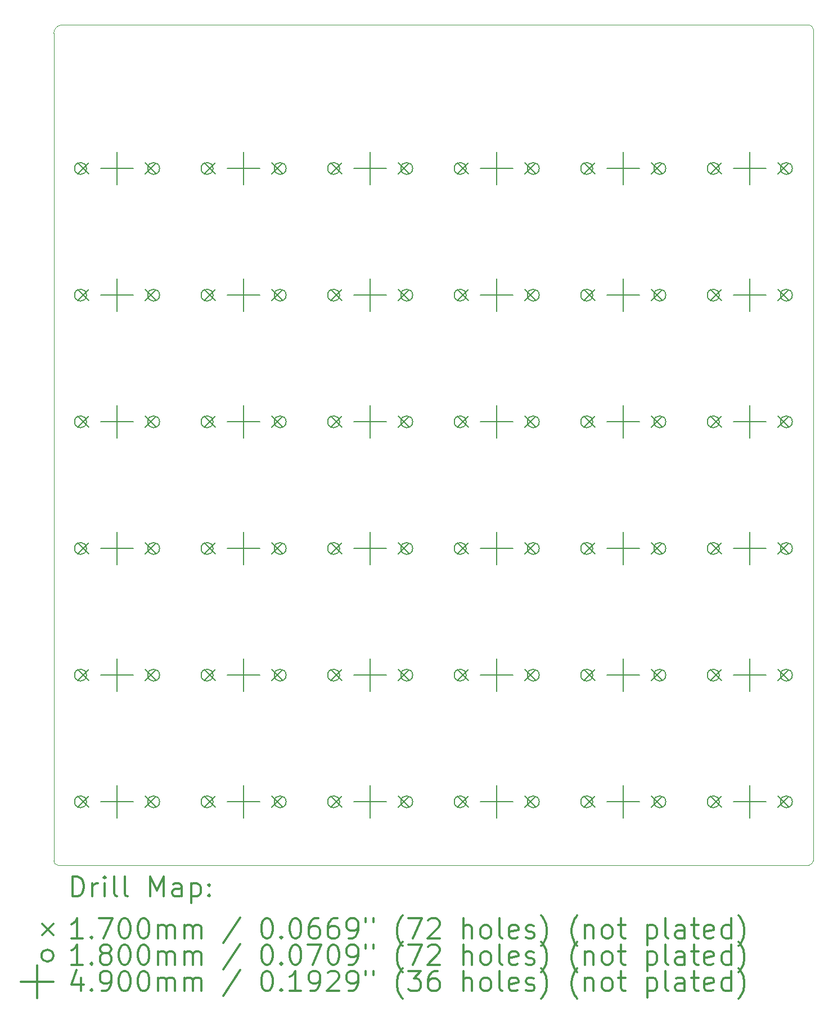
<source format=gbr>
%FSLAX45Y45*%
G04 Gerber Fmt 4.5, Leading zero omitted, Abs format (unit mm)*
G04 Created by KiCad (PCBNEW (5.1.12-1-10_14)) date 2021-11-18 22:14:29*
%MOMM*%
%LPD*%
G01*
G04 APERTURE LIST*
%TA.AperFunction,Profile*%
%ADD10C,0.120000*%
%TD*%
%ADD11C,0.200000*%
%ADD12C,0.300000*%
G04 APERTURE END LIST*
D10*
X16129000Y-3556000D02*
G75*
G02*
X16192500Y-3619500I0J-63500D01*
G01*
X16192500Y-16129000D02*
G75*
G02*
X16129000Y-16192500I-63500J0D01*
G01*
X4826000Y-16192500D02*
X16129000Y-16192500D01*
X4826000Y-16192500D02*
G75*
G02*
X4762500Y-16129000I0J63500D01*
G01*
X16192500Y-3619500D02*
X16192500Y-16129000D01*
X4762500Y-3683000D02*
G75*
G02*
X4889500Y-3556000I127000J0D01*
G01*
X16129000Y-3556000D02*
X4889500Y-3556000D01*
X4762500Y-3683000D02*
X4762500Y-16129000D01*
D11*
X5122000Y-5630000D02*
X5292000Y-5800000D01*
X5292000Y-5630000D02*
X5122000Y-5800000D01*
X5122000Y-7535000D02*
X5292000Y-7705000D01*
X5292000Y-7535000D02*
X5122000Y-7705000D01*
X5122000Y-9440000D02*
X5292000Y-9610000D01*
X5292000Y-9440000D02*
X5122000Y-9610000D01*
X5122000Y-11345000D02*
X5292000Y-11515000D01*
X5292000Y-11345000D02*
X5122000Y-11515000D01*
X5122000Y-13250000D02*
X5292000Y-13420000D01*
X5292000Y-13250000D02*
X5122000Y-13420000D01*
X5122000Y-15155000D02*
X5292000Y-15325000D01*
X5292000Y-15155000D02*
X5122000Y-15325000D01*
X6138000Y-5630000D02*
X6308000Y-5800000D01*
X6308000Y-5630000D02*
X6138000Y-5800000D01*
X6138000Y-7535000D02*
X6308000Y-7705000D01*
X6308000Y-7535000D02*
X6138000Y-7705000D01*
X6138000Y-9440000D02*
X6308000Y-9610000D01*
X6308000Y-9440000D02*
X6138000Y-9610000D01*
X6138000Y-11345000D02*
X6308000Y-11515000D01*
X6308000Y-11345000D02*
X6138000Y-11515000D01*
X6138000Y-13250000D02*
X6308000Y-13420000D01*
X6308000Y-13250000D02*
X6138000Y-13420000D01*
X6138000Y-15155000D02*
X6308000Y-15325000D01*
X6308000Y-15155000D02*
X6138000Y-15325000D01*
X7027000Y-5630000D02*
X7197000Y-5800000D01*
X7197000Y-5630000D02*
X7027000Y-5800000D01*
X7027000Y-7535000D02*
X7197000Y-7705000D01*
X7197000Y-7535000D02*
X7027000Y-7705000D01*
X7027000Y-9440000D02*
X7197000Y-9610000D01*
X7197000Y-9440000D02*
X7027000Y-9610000D01*
X7027000Y-11345000D02*
X7197000Y-11515000D01*
X7197000Y-11345000D02*
X7027000Y-11515000D01*
X7027000Y-13250000D02*
X7197000Y-13420000D01*
X7197000Y-13250000D02*
X7027000Y-13420000D01*
X7027000Y-15155000D02*
X7197000Y-15325000D01*
X7197000Y-15155000D02*
X7027000Y-15325000D01*
X8043000Y-5630000D02*
X8213000Y-5800000D01*
X8213000Y-5630000D02*
X8043000Y-5800000D01*
X8043000Y-7535000D02*
X8213000Y-7705000D01*
X8213000Y-7535000D02*
X8043000Y-7705000D01*
X8043000Y-9440000D02*
X8213000Y-9610000D01*
X8213000Y-9440000D02*
X8043000Y-9610000D01*
X8043000Y-11345000D02*
X8213000Y-11515000D01*
X8213000Y-11345000D02*
X8043000Y-11515000D01*
X8043000Y-13250000D02*
X8213000Y-13420000D01*
X8213000Y-13250000D02*
X8043000Y-13420000D01*
X8043000Y-15155000D02*
X8213000Y-15325000D01*
X8213000Y-15155000D02*
X8043000Y-15325000D01*
X8932000Y-5630000D02*
X9102000Y-5800000D01*
X9102000Y-5630000D02*
X8932000Y-5800000D01*
X8932000Y-7535000D02*
X9102000Y-7705000D01*
X9102000Y-7535000D02*
X8932000Y-7705000D01*
X8932000Y-9440000D02*
X9102000Y-9610000D01*
X9102000Y-9440000D02*
X8932000Y-9610000D01*
X8932000Y-11345000D02*
X9102000Y-11515000D01*
X9102000Y-11345000D02*
X8932000Y-11515000D01*
X8932000Y-13250000D02*
X9102000Y-13420000D01*
X9102000Y-13250000D02*
X8932000Y-13420000D01*
X8932000Y-15155000D02*
X9102000Y-15325000D01*
X9102000Y-15155000D02*
X8932000Y-15325000D01*
X9948000Y-5630000D02*
X10118000Y-5800000D01*
X10118000Y-5630000D02*
X9948000Y-5800000D01*
X9948000Y-7535000D02*
X10118000Y-7705000D01*
X10118000Y-7535000D02*
X9948000Y-7705000D01*
X9948000Y-9440000D02*
X10118000Y-9610000D01*
X10118000Y-9440000D02*
X9948000Y-9610000D01*
X9948000Y-11345000D02*
X10118000Y-11515000D01*
X10118000Y-11345000D02*
X9948000Y-11515000D01*
X9948000Y-13250000D02*
X10118000Y-13420000D01*
X10118000Y-13250000D02*
X9948000Y-13420000D01*
X9948000Y-15155000D02*
X10118000Y-15325000D01*
X10118000Y-15155000D02*
X9948000Y-15325000D01*
X10837000Y-5630000D02*
X11007000Y-5800000D01*
X11007000Y-5630000D02*
X10837000Y-5800000D01*
X10837000Y-7535000D02*
X11007000Y-7705000D01*
X11007000Y-7535000D02*
X10837000Y-7705000D01*
X10837000Y-9440000D02*
X11007000Y-9610000D01*
X11007000Y-9440000D02*
X10837000Y-9610000D01*
X10837000Y-11345000D02*
X11007000Y-11515000D01*
X11007000Y-11345000D02*
X10837000Y-11515000D01*
X10837000Y-13250000D02*
X11007000Y-13420000D01*
X11007000Y-13250000D02*
X10837000Y-13420000D01*
X10837000Y-15155000D02*
X11007000Y-15325000D01*
X11007000Y-15155000D02*
X10837000Y-15325000D01*
X11853000Y-5630000D02*
X12023000Y-5800000D01*
X12023000Y-5630000D02*
X11853000Y-5800000D01*
X11853000Y-7535000D02*
X12023000Y-7705000D01*
X12023000Y-7535000D02*
X11853000Y-7705000D01*
X11853000Y-9440000D02*
X12023000Y-9610000D01*
X12023000Y-9440000D02*
X11853000Y-9610000D01*
X11853000Y-11345000D02*
X12023000Y-11515000D01*
X12023000Y-11345000D02*
X11853000Y-11515000D01*
X11853000Y-13250000D02*
X12023000Y-13420000D01*
X12023000Y-13250000D02*
X11853000Y-13420000D01*
X11853000Y-15155000D02*
X12023000Y-15325000D01*
X12023000Y-15155000D02*
X11853000Y-15325000D01*
X12742000Y-5630000D02*
X12912000Y-5800000D01*
X12912000Y-5630000D02*
X12742000Y-5800000D01*
X12742000Y-7535000D02*
X12912000Y-7705000D01*
X12912000Y-7535000D02*
X12742000Y-7705000D01*
X12742000Y-9440000D02*
X12912000Y-9610000D01*
X12912000Y-9440000D02*
X12742000Y-9610000D01*
X12742000Y-11345000D02*
X12912000Y-11515000D01*
X12912000Y-11345000D02*
X12742000Y-11515000D01*
X12742000Y-13250000D02*
X12912000Y-13420000D01*
X12912000Y-13250000D02*
X12742000Y-13420000D01*
X12742000Y-15155000D02*
X12912000Y-15325000D01*
X12912000Y-15155000D02*
X12742000Y-15325000D01*
X13758000Y-5630000D02*
X13928000Y-5800000D01*
X13928000Y-5630000D02*
X13758000Y-5800000D01*
X13758000Y-7535000D02*
X13928000Y-7705000D01*
X13928000Y-7535000D02*
X13758000Y-7705000D01*
X13758000Y-9440000D02*
X13928000Y-9610000D01*
X13928000Y-9440000D02*
X13758000Y-9610000D01*
X13758000Y-11345000D02*
X13928000Y-11515000D01*
X13928000Y-11345000D02*
X13758000Y-11515000D01*
X13758000Y-13250000D02*
X13928000Y-13420000D01*
X13928000Y-13250000D02*
X13758000Y-13420000D01*
X13758000Y-15155000D02*
X13928000Y-15325000D01*
X13928000Y-15155000D02*
X13758000Y-15325000D01*
X14647000Y-5630000D02*
X14817000Y-5800000D01*
X14817000Y-5630000D02*
X14647000Y-5800000D01*
X14647000Y-7535000D02*
X14817000Y-7705000D01*
X14817000Y-7535000D02*
X14647000Y-7705000D01*
X14647000Y-9440000D02*
X14817000Y-9610000D01*
X14817000Y-9440000D02*
X14647000Y-9610000D01*
X14647000Y-11345000D02*
X14817000Y-11515000D01*
X14817000Y-11345000D02*
X14647000Y-11515000D01*
X14647000Y-13250000D02*
X14817000Y-13420000D01*
X14817000Y-13250000D02*
X14647000Y-13420000D01*
X14647000Y-15155000D02*
X14817000Y-15325000D01*
X14817000Y-15155000D02*
X14647000Y-15325000D01*
X15663000Y-5630000D02*
X15833000Y-5800000D01*
X15833000Y-5630000D02*
X15663000Y-5800000D01*
X15663000Y-7535000D02*
X15833000Y-7705000D01*
X15833000Y-7535000D02*
X15663000Y-7705000D01*
X15663000Y-9440000D02*
X15833000Y-9610000D01*
X15833000Y-9440000D02*
X15663000Y-9610000D01*
X15663000Y-11345000D02*
X15833000Y-11515000D01*
X15833000Y-11345000D02*
X15663000Y-11515000D01*
X15663000Y-13250000D02*
X15833000Y-13420000D01*
X15833000Y-13250000D02*
X15663000Y-13420000D01*
X15663000Y-15155000D02*
X15833000Y-15325000D01*
X15833000Y-15155000D02*
X15663000Y-15325000D01*
X5255000Y-5715000D02*
G75*
G03*
X5255000Y-5715000I-90000J0D01*
G01*
X5255000Y-7620000D02*
G75*
G03*
X5255000Y-7620000I-90000J0D01*
G01*
X5255000Y-9525000D02*
G75*
G03*
X5255000Y-9525000I-90000J0D01*
G01*
X5255000Y-11430000D02*
G75*
G03*
X5255000Y-11430000I-90000J0D01*
G01*
X5255000Y-13335000D02*
G75*
G03*
X5255000Y-13335000I-90000J0D01*
G01*
X5255000Y-15240000D02*
G75*
G03*
X5255000Y-15240000I-90000J0D01*
G01*
X6355000Y-5715000D02*
G75*
G03*
X6355000Y-5715000I-90000J0D01*
G01*
X6355000Y-7620000D02*
G75*
G03*
X6355000Y-7620000I-90000J0D01*
G01*
X6355000Y-9525000D02*
G75*
G03*
X6355000Y-9525000I-90000J0D01*
G01*
X6355000Y-11430000D02*
G75*
G03*
X6355000Y-11430000I-90000J0D01*
G01*
X6355000Y-13335000D02*
G75*
G03*
X6355000Y-13335000I-90000J0D01*
G01*
X6355000Y-15240000D02*
G75*
G03*
X6355000Y-15240000I-90000J0D01*
G01*
X7160000Y-5715000D02*
G75*
G03*
X7160000Y-5715000I-90000J0D01*
G01*
X7160000Y-7620000D02*
G75*
G03*
X7160000Y-7620000I-90000J0D01*
G01*
X7160000Y-9525000D02*
G75*
G03*
X7160000Y-9525000I-90000J0D01*
G01*
X7160000Y-11430000D02*
G75*
G03*
X7160000Y-11430000I-90000J0D01*
G01*
X7160000Y-13335000D02*
G75*
G03*
X7160000Y-13335000I-90000J0D01*
G01*
X7160000Y-15240000D02*
G75*
G03*
X7160000Y-15240000I-90000J0D01*
G01*
X8260000Y-5715000D02*
G75*
G03*
X8260000Y-5715000I-90000J0D01*
G01*
X8260000Y-7620000D02*
G75*
G03*
X8260000Y-7620000I-90000J0D01*
G01*
X8260000Y-9525000D02*
G75*
G03*
X8260000Y-9525000I-90000J0D01*
G01*
X8260000Y-11430000D02*
G75*
G03*
X8260000Y-11430000I-90000J0D01*
G01*
X8260000Y-13335000D02*
G75*
G03*
X8260000Y-13335000I-90000J0D01*
G01*
X8260000Y-15240000D02*
G75*
G03*
X8260000Y-15240000I-90000J0D01*
G01*
X9065000Y-5715000D02*
G75*
G03*
X9065000Y-5715000I-90000J0D01*
G01*
X9065000Y-7620000D02*
G75*
G03*
X9065000Y-7620000I-90000J0D01*
G01*
X9065000Y-9525000D02*
G75*
G03*
X9065000Y-9525000I-90000J0D01*
G01*
X9065000Y-11430000D02*
G75*
G03*
X9065000Y-11430000I-90000J0D01*
G01*
X9065000Y-13335000D02*
G75*
G03*
X9065000Y-13335000I-90000J0D01*
G01*
X9065000Y-15240000D02*
G75*
G03*
X9065000Y-15240000I-90000J0D01*
G01*
X10165000Y-5715000D02*
G75*
G03*
X10165000Y-5715000I-90000J0D01*
G01*
X10165000Y-7620000D02*
G75*
G03*
X10165000Y-7620000I-90000J0D01*
G01*
X10165000Y-9525000D02*
G75*
G03*
X10165000Y-9525000I-90000J0D01*
G01*
X10165000Y-11430000D02*
G75*
G03*
X10165000Y-11430000I-90000J0D01*
G01*
X10165000Y-13335000D02*
G75*
G03*
X10165000Y-13335000I-90000J0D01*
G01*
X10165000Y-15240000D02*
G75*
G03*
X10165000Y-15240000I-90000J0D01*
G01*
X10970000Y-5715000D02*
G75*
G03*
X10970000Y-5715000I-90000J0D01*
G01*
X10970000Y-7620000D02*
G75*
G03*
X10970000Y-7620000I-90000J0D01*
G01*
X10970000Y-9525000D02*
G75*
G03*
X10970000Y-9525000I-90000J0D01*
G01*
X10970000Y-11430000D02*
G75*
G03*
X10970000Y-11430000I-90000J0D01*
G01*
X10970000Y-13335000D02*
G75*
G03*
X10970000Y-13335000I-90000J0D01*
G01*
X10970000Y-15240000D02*
G75*
G03*
X10970000Y-15240000I-90000J0D01*
G01*
X12070000Y-5715000D02*
G75*
G03*
X12070000Y-5715000I-90000J0D01*
G01*
X12070000Y-7620000D02*
G75*
G03*
X12070000Y-7620000I-90000J0D01*
G01*
X12070000Y-9525000D02*
G75*
G03*
X12070000Y-9525000I-90000J0D01*
G01*
X12070000Y-11430000D02*
G75*
G03*
X12070000Y-11430000I-90000J0D01*
G01*
X12070000Y-13335000D02*
G75*
G03*
X12070000Y-13335000I-90000J0D01*
G01*
X12070000Y-15240000D02*
G75*
G03*
X12070000Y-15240000I-90000J0D01*
G01*
X12875000Y-5715000D02*
G75*
G03*
X12875000Y-5715000I-90000J0D01*
G01*
X12875000Y-7620000D02*
G75*
G03*
X12875000Y-7620000I-90000J0D01*
G01*
X12875000Y-9525000D02*
G75*
G03*
X12875000Y-9525000I-90000J0D01*
G01*
X12875000Y-11430000D02*
G75*
G03*
X12875000Y-11430000I-90000J0D01*
G01*
X12875000Y-13335000D02*
G75*
G03*
X12875000Y-13335000I-90000J0D01*
G01*
X12875000Y-15240000D02*
G75*
G03*
X12875000Y-15240000I-90000J0D01*
G01*
X13975000Y-5715000D02*
G75*
G03*
X13975000Y-5715000I-90000J0D01*
G01*
X13975000Y-7620000D02*
G75*
G03*
X13975000Y-7620000I-90000J0D01*
G01*
X13975000Y-9525000D02*
G75*
G03*
X13975000Y-9525000I-90000J0D01*
G01*
X13975000Y-11430000D02*
G75*
G03*
X13975000Y-11430000I-90000J0D01*
G01*
X13975000Y-13335000D02*
G75*
G03*
X13975000Y-13335000I-90000J0D01*
G01*
X13975000Y-15240000D02*
G75*
G03*
X13975000Y-15240000I-90000J0D01*
G01*
X14780000Y-5715000D02*
G75*
G03*
X14780000Y-5715000I-90000J0D01*
G01*
X14780000Y-7620000D02*
G75*
G03*
X14780000Y-7620000I-90000J0D01*
G01*
X14780000Y-9525000D02*
G75*
G03*
X14780000Y-9525000I-90000J0D01*
G01*
X14780000Y-11430000D02*
G75*
G03*
X14780000Y-11430000I-90000J0D01*
G01*
X14780000Y-13335000D02*
G75*
G03*
X14780000Y-13335000I-90000J0D01*
G01*
X14780000Y-15240000D02*
G75*
G03*
X14780000Y-15240000I-90000J0D01*
G01*
X15880000Y-5715000D02*
G75*
G03*
X15880000Y-5715000I-90000J0D01*
G01*
X15880000Y-7620000D02*
G75*
G03*
X15880000Y-7620000I-90000J0D01*
G01*
X15880000Y-9525000D02*
G75*
G03*
X15880000Y-9525000I-90000J0D01*
G01*
X15880000Y-11430000D02*
G75*
G03*
X15880000Y-11430000I-90000J0D01*
G01*
X15880000Y-13335000D02*
G75*
G03*
X15880000Y-13335000I-90000J0D01*
G01*
X15880000Y-15240000D02*
G75*
G03*
X15880000Y-15240000I-90000J0D01*
G01*
X5715000Y-5470000D02*
X5715000Y-5960000D01*
X5470000Y-5715000D02*
X5960000Y-5715000D01*
X5715000Y-7375000D02*
X5715000Y-7865000D01*
X5470000Y-7620000D02*
X5960000Y-7620000D01*
X5715000Y-9280000D02*
X5715000Y-9770000D01*
X5470000Y-9525000D02*
X5960000Y-9525000D01*
X5715000Y-11185000D02*
X5715000Y-11675000D01*
X5470000Y-11430000D02*
X5960000Y-11430000D01*
X5715000Y-13090000D02*
X5715000Y-13580000D01*
X5470000Y-13335000D02*
X5960000Y-13335000D01*
X5715000Y-14995000D02*
X5715000Y-15485000D01*
X5470000Y-15240000D02*
X5960000Y-15240000D01*
X7620000Y-5470000D02*
X7620000Y-5960000D01*
X7375000Y-5715000D02*
X7865000Y-5715000D01*
X7620000Y-7375000D02*
X7620000Y-7865000D01*
X7375000Y-7620000D02*
X7865000Y-7620000D01*
X7620000Y-9280000D02*
X7620000Y-9770000D01*
X7375000Y-9525000D02*
X7865000Y-9525000D01*
X7620000Y-11185000D02*
X7620000Y-11675000D01*
X7375000Y-11430000D02*
X7865000Y-11430000D01*
X7620000Y-13090000D02*
X7620000Y-13580000D01*
X7375000Y-13335000D02*
X7865000Y-13335000D01*
X7620000Y-14995000D02*
X7620000Y-15485000D01*
X7375000Y-15240000D02*
X7865000Y-15240000D01*
X9525000Y-5470000D02*
X9525000Y-5960000D01*
X9280000Y-5715000D02*
X9770000Y-5715000D01*
X9525000Y-7375000D02*
X9525000Y-7865000D01*
X9280000Y-7620000D02*
X9770000Y-7620000D01*
X9525000Y-9280000D02*
X9525000Y-9770000D01*
X9280000Y-9525000D02*
X9770000Y-9525000D01*
X9525000Y-11185000D02*
X9525000Y-11675000D01*
X9280000Y-11430000D02*
X9770000Y-11430000D01*
X9525000Y-13090000D02*
X9525000Y-13580000D01*
X9280000Y-13335000D02*
X9770000Y-13335000D01*
X9525000Y-14995000D02*
X9525000Y-15485000D01*
X9280000Y-15240000D02*
X9770000Y-15240000D01*
X11430000Y-5470000D02*
X11430000Y-5960000D01*
X11185000Y-5715000D02*
X11675000Y-5715000D01*
X11430000Y-7375000D02*
X11430000Y-7865000D01*
X11185000Y-7620000D02*
X11675000Y-7620000D01*
X11430000Y-9280000D02*
X11430000Y-9770000D01*
X11185000Y-9525000D02*
X11675000Y-9525000D01*
X11430000Y-11185000D02*
X11430000Y-11675000D01*
X11185000Y-11430000D02*
X11675000Y-11430000D01*
X11430000Y-13090000D02*
X11430000Y-13580000D01*
X11185000Y-13335000D02*
X11675000Y-13335000D01*
X11430000Y-14995000D02*
X11430000Y-15485000D01*
X11185000Y-15240000D02*
X11675000Y-15240000D01*
X13335000Y-5470000D02*
X13335000Y-5960000D01*
X13090000Y-5715000D02*
X13580000Y-5715000D01*
X13335000Y-7375000D02*
X13335000Y-7865000D01*
X13090000Y-7620000D02*
X13580000Y-7620000D01*
X13335000Y-9280000D02*
X13335000Y-9770000D01*
X13090000Y-9525000D02*
X13580000Y-9525000D01*
X13335000Y-11185000D02*
X13335000Y-11675000D01*
X13090000Y-11430000D02*
X13580000Y-11430000D01*
X13335000Y-13090000D02*
X13335000Y-13580000D01*
X13090000Y-13335000D02*
X13580000Y-13335000D01*
X13335000Y-14995000D02*
X13335000Y-15485000D01*
X13090000Y-15240000D02*
X13580000Y-15240000D01*
X15240000Y-5470000D02*
X15240000Y-5960000D01*
X14995000Y-5715000D02*
X15485000Y-5715000D01*
X15240000Y-7375000D02*
X15240000Y-7865000D01*
X14995000Y-7620000D02*
X15485000Y-7620000D01*
X15240000Y-9280000D02*
X15240000Y-9770000D01*
X14995000Y-9525000D02*
X15485000Y-9525000D01*
X15240000Y-11185000D02*
X15240000Y-11675000D01*
X14995000Y-11430000D02*
X15485000Y-11430000D01*
X15240000Y-13090000D02*
X15240000Y-13580000D01*
X14995000Y-13335000D02*
X15485000Y-13335000D01*
X15240000Y-14995000D02*
X15240000Y-15485000D01*
X14995000Y-15240000D02*
X15485000Y-15240000D01*
D12*
X5042928Y-16664214D02*
X5042928Y-16364214D01*
X5114357Y-16364214D01*
X5157214Y-16378500D01*
X5185786Y-16407071D01*
X5200071Y-16435643D01*
X5214357Y-16492786D01*
X5214357Y-16535643D01*
X5200071Y-16592786D01*
X5185786Y-16621357D01*
X5157214Y-16649929D01*
X5114357Y-16664214D01*
X5042928Y-16664214D01*
X5342928Y-16664214D02*
X5342928Y-16464214D01*
X5342928Y-16521357D02*
X5357214Y-16492786D01*
X5371500Y-16478500D01*
X5400071Y-16464214D01*
X5428643Y-16464214D01*
X5528643Y-16664214D02*
X5528643Y-16464214D01*
X5528643Y-16364214D02*
X5514357Y-16378500D01*
X5528643Y-16392786D01*
X5542928Y-16378500D01*
X5528643Y-16364214D01*
X5528643Y-16392786D01*
X5714357Y-16664214D02*
X5685786Y-16649929D01*
X5671500Y-16621357D01*
X5671500Y-16364214D01*
X5871500Y-16664214D02*
X5842928Y-16649929D01*
X5828643Y-16621357D01*
X5828643Y-16364214D01*
X6214357Y-16664214D02*
X6214357Y-16364214D01*
X6314357Y-16578500D01*
X6414357Y-16364214D01*
X6414357Y-16664214D01*
X6685786Y-16664214D02*
X6685786Y-16507071D01*
X6671500Y-16478500D01*
X6642928Y-16464214D01*
X6585786Y-16464214D01*
X6557214Y-16478500D01*
X6685786Y-16649929D02*
X6657214Y-16664214D01*
X6585786Y-16664214D01*
X6557214Y-16649929D01*
X6542928Y-16621357D01*
X6542928Y-16592786D01*
X6557214Y-16564214D01*
X6585786Y-16549929D01*
X6657214Y-16549929D01*
X6685786Y-16535643D01*
X6828643Y-16464214D02*
X6828643Y-16764214D01*
X6828643Y-16478500D02*
X6857214Y-16464214D01*
X6914357Y-16464214D01*
X6942928Y-16478500D01*
X6957214Y-16492786D01*
X6971500Y-16521357D01*
X6971500Y-16607071D01*
X6957214Y-16635643D01*
X6942928Y-16649929D01*
X6914357Y-16664214D01*
X6857214Y-16664214D01*
X6828643Y-16649929D01*
X7100071Y-16635643D02*
X7114357Y-16649929D01*
X7100071Y-16664214D01*
X7085786Y-16649929D01*
X7100071Y-16635643D01*
X7100071Y-16664214D01*
X7100071Y-16478500D02*
X7114357Y-16492786D01*
X7100071Y-16507071D01*
X7085786Y-16492786D01*
X7100071Y-16478500D01*
X7100071Y-16507071D01*
X4586500Y-17073500D02*
X4756500Y-17243500D01*
X4756500Y-17073500D02*
X4586500Y-17243500D01*
X5200071Y-17294214D02*
X5028643Y-17294214D01*
X5114357Y-17294214D02*
X5114357Y-16994214D01*
X5085786Y-17037072D01*
X5057214Y-17065643D01*
X5028643Y-17079929D01*
X5328643Y-17265643D02*
X5342928Y-17279929D01*
X5328643Y-17294214D01*
X5314357Y-17279929D01*
X5328643Y-17265643D01*
X5328643Y-17294214D01*
X5442928Y-16994214D02*
X5642928Y-16994214D01*
X5514357Y-17294214D01*
X5814357Y-16994214D02*
X5842928Y-16994214D01*
X5871500Y-17008500D01*
X5885786Y-17022786D01*
X5900071Y-17051357D01*
X5914357Y-17108500D01*
X5914357Y-17179929D01*
X5900071Y-17237072D01*
X5885786Y-17265643D01*
X5871500Y-17279929D01*
X5842928Y-17294214D01*
X5814357Y-17294214D01*
X5785786Y-17279929D01*
X5771500Y-17265643D01*
X5757214Y-17237072D01*
X5742928Y-17179929D01*
X5742928Y-17108500D01*
X5757214Y-17051357D01*
X5771500Y-17022786D01*
X5785786Y-17008500D01*
X5814357Y-16994214D01*
X6100071Y-16994214D02*
X6128643Y-16994214D01*
X6157214Y-17008500D01*
X6171500Y-17022786D01*
X6185786Y-17051357D01*
X6200071Y-17108500D01*
X6200071Y-17179929D01*
X6185786Y-17237072D01*
X6171500Y-17265643D01*
X6157214Y-17279929D01*
X6128643Y-17294214D01*
X6100071Y-17294214D01*
X6071500Y-17279929D01*
X6057214Y-17265643D01*
X6042928Y-17237072D01*
X6028643Y-17179929D01*
X6028643Y-17108500D01*
X6042928Y-17051357D01*
X6057214Y-17022786D01*
X6071500Y-17008500D01*
X6100071Y-16994214D01*
X6328643Y-17294214D02*
X6328643Y-17094214D01*
X6328643Y-17122786D02*
X6342928Y-17108500D01*
X6371500Y-17094214D01*
X6414357Y-17094214D01*
X6442928Y-17108500D01*
X6457214Y-17137072D01*
X6457214Y-17294214D01*
X6457214Y-17137072D02*
X6471500Y-17108500D01*
X6500071Y-17094214D01*
X6542928Y-17094214D01*
X6571500Y-17108500D01*
X6585786Y-17137072D01*
X6585786Y-17294214D01*
X6728643Y-17294214D02*
X6728643Y-17094214D01*
X6728643Y-17122786D02*
X6742928Y-17108500D01*
X6771500Y-17094214D01*
X6814357Y-17094214D01*
X6842928Y-17108500D01*
X6857214Y-17137072D01*
X6857214Y-17294214D01*
X6857214Y-17137072D02*
X6871500Y-17108500D01*
X6900071Y-17094214D01*
X6942928Y-17094214D01*
X6971500Y-17108500D01*
X6985786Y-17137072D01*
X6985786Y-17294214D01*
X7571500Y-16979929D02*
X7314357Y-17365643D01*
X7957214Y-16994214D02*
X7985786Y-16994214D01*
X8014357Y-17008500D01*
X8028643Y-17022786D01*
X8042928Y-17051357D01*
X8057214Y-17108500D01*
X8057214Y-17179929D01*
X8042928Y-17237072D01*
X8028643Y-17265643D01*
X8014357Y-17279929D01*
X7985786Y-17294214D01*
X7957214Y-17294214D01*
X7928643Y-17279929D01*
X7914357Y-17265643D01*
X7900071Y-17237072D01*
X7885786Y-17179929D01*
X7885786Y-17108500D01*
X7900071Y-17051357D01*
X7914357Y-17022786D01*
X7928643Y-17008500D01*
X7957214Y-16994214D01*
X8185786Y-17265643D02*
X8200071Y-17279929D01*
X8185786Y-17294214D01*
X8171500Y-17279929D01*
X8185786Y-17265643D01*
X8185786Y-17294214D01*
X8385786Y-16994214D02*
X8414357Y-16994214D01*
X8442928Y-17008500D01*
X8457214Y-17022786D01*
X8471500Y-17051357D01*
X8485786Y-17108500D01*
X8485786Y-17179929D01*
X8471500Y-17237072D01*
X8457214Y-17265643D01*
X8442928Y-17279929D01*
X8414357Y-17294214D01*
X8385786Y-17294214D01*
X8357214Y-17279929D01*
X8342928Y-17265643D01*
X8328643Y-17237072D01*
X8314357Y-17179929D01*
X8314357Y-17108500D01*
X8328643Y-17051357D01*
X8342928Y-17022786D01*
X8357214Y-17008500D01*
X8385786Y-16994214D01*
X8742928Y-16994214D02*
X8685786Y-16994214D01*
X8657214Y-17008500D01*
X8642928Y-17022786D01*
X8614357Y-17065643D01*
X8600071Y-17122786D01*
X8600071Y-17237072D01*
X8614357Y-17265643D01*
X8628643Y-17279929D01*
X8657214Y-17294214D01*
X8714357Y-17294214D01*
X8742928Y-17279929D01*
X8757214Y-17265643D01*
X8771500Y-17237072D01*
X8771500Y-17165643D01*
X8757214Y-17137072D01*
X8742928Y-17122786D01*
X8714357Y-17108500D01*
X8657214Y-17108500D01*
X8628643Y-17122786D01*
X8614357Y-17137072D01*
X8600071Y-17165643D01*
X9028643Y-16994214D02*
X8971500Y-16994214D01*
X8942928Y-17008500D01*
X8928643Y-17022786D01*
X8900071Y-17065643D01*
X8885786Y-17122786D01*
X8885786Y-17237072D01*
X8900071Y-17265643D01*
X8914357Y-17279929D01*
X8942928Y-17294214D01*
X9000071Y-17294214D01*
X9028643Y-17279929D01*
X9042928Y-17265643D01*
X9057214Y-17237072D01*
X9057214Y-17165643D01*
X9042928Y-17137072D01*
X9028643Y-17122786D01*
X9000071Y-17108500D01*
X8942928Y-17108500D01*
X8914357Y-17122786D01*
X8900071Y-17137072D01*
X8885786Y-17165643D01*
X9200071Y-17294214D02*
X9257214Y-17294214D01*
X9285786Y-17279929D01*
X9300071Y-17265643D01*
X9328643Y-17222786D01*
X9342928Y-17165643D01*
X9342928Y-17051357D01*
X9328643Y-17022786D01*
X9314357Y-17008500D01*
X9285786Y-16994214D01*
X9228643Y-16994214D01*
X9200071Y-17008500D01*
X9185786Y-17022786D01*
X9171500Y-17051357D01*
X9171500Y-17122786D01*
X9185786Y-17151357D01*
X9200071Y-17165643D01*
X9228643Y-17179929D01*
X9285786Y-17179929D01*
X9314357Y-17165643D01*
X9328643Y-17151357D01*
X9342928Y-17122786D01*
X9457214Y-16994214D02*
X9457214Y-17051357D01*
X9571500Y-16994214D02*
X9571500Y-17051357D01*
X10014357Y-17408500D02*
X10000071Y-17394214D01*
X9971500Y-17351357D01*
X9957214Y-17322786D01*
X9942928Y-17279929D01*
X9928643Y-17208500D01*
X9928643Y-17151357D01*
X9942928Y-17079929D01*
X9957214Y-17037072D01*
X9971500Y-17008500D01*
X10000071Y-16965643D01*
X10014357Y-16951357D01*
X10100071Y-16994214D02*
X10300071Y-16994214D01*
X10171500Y-17294214D01*
X10400071Y-17022786D02*
X10414357Y-17008500D01*
X10442928Y-16994214D01*
X10514357Y-16994214D01*
X10542928Y-17008500D01*
X10557214Y-17022786D01*
X10571500Y-17051357D01*
X10571500Y-17079929D01*
X10557214Y-17122786D01*
X10385786Y-17294214D01*
X10571500Y-17294214D01*
X10928643Y-17294214D02*
X10928643Y-16994214D01*
X11057214Y-17294214D02*
X11057214Y-17137072D01*
X11042928Y-17108500D01*
X11014357Y-17094214D01*
X10971500Y-17094214D01*
X10942928Y-17108500D01*
X10928643Y-17122786D01*
X11242928Y-17294214D02*
X11214357Y-17279929D01*
X11200071Y-17265643D01*
X11185786Y-17237072D01*
X11185786Y-17151357D01*
X11200071Y-17122786D01*
X11214357Y-17108500D01*
X11242928Y-17094214D01*
X11285786Y-17094214D01*
X11314357Y-17108500D01*
X11328643Y-17122786D01*
X11342928Y-17151357D01*
X11342928Y-17237072D01*
X11328643Y-17265643D01*
X11314357Y-17279929D01*
X11285786Y-17294214D01*
X11242928Y-17294214D01*
X11514357Y-17294214D02*
X11485786Y-17279929D01*
X11471500Y-17251357D01*
X11471500Y-16994214D01*
X11742928Y-17279929D02*
X11714357Y-17294214D01*
X11657214Y-17294214D01*
X11628643Y-17279929D01*
X11614357Y-17251357D01*
X11614357Y-17137072D01*
X11628643Y-17108500D01*
X11657214Y-17094214D01*
X11714357Y-17094214D01*
X11742928Y-17108500D01*
X11757214Y-17137072D01*
X11757214Y-17165643D01*
X11614357Y-17194214D01*
X11871500Y-17279929D02*
X11900071Y-17294214D01*
X11957214Y-17294214D01*
X11985786Y-17279929D01*
X12000071Y-17251357D01*
X12000071Y-17237072D01*
X11985786Y-17208500D01*
X11957214Y-17194214D01*
X11914357Y-17194214D01*
X11885786Y-17179929D01*
X11871500Y-17151357D01*
X11871500Y-17137072D01*
X11885786Y-17108500D01*
X11914357Y-17094214D01*
X11957214Y-17094214D01*
X11985786Y-17108500D01*
X12100071Y-17408500D02*
X12114357Y-17394214D01*
X12142928Y-17351357D01*
X12157214Y-17322786D01*
X12171500Y-17279929D01*
X12185786Y-17208500D01*
X12185786Y-17151357D01*
X12171500Y-17079929D01*
X12157214Y-17037072D01*
X12142928Y-17008500D01*
X12114357Y-16965643D01*
X12100071Y-16951357D01*
X12642928Y-17408500D02*
X12628643Y-17394214D01*
X12600071Y-17351357D01*
X12585786Y-17322786D01*
X12571500Y-17279929D01*
X12557214Y-17208500D01*
X12557214Y-17151357D01*
X12571500Y-17079929D01*
X12585786Y-17037072D01*
X12600071Y-17008500D01*
X12628643Y-16965643D01*
X12642928Y-16951357D01*
X12757214Y-17094214D02*
X12757214Y-17294214D01*
X12757214Y-17122786D02*
X12771500Y-17108500D01*
X12800071Y-17094214D01*
X12842928Y-17094214D01*
X12871500Y-17108500D01*
X12885786Y-17137072D01*
X12885786Y-17294214D01*
X13071500Y-17294214D02*
X13042928Y-17279929D01*
X13028643Y-17265643D01*
X13014357Y-17237072D01*
X13014357Y-17151357D01*
X13028643Y-17122786D01*
X13042928Y-17108500D01*
X13071500Y-17094214D01*
X13114357Y-17094214D01*
X13142928Y-17108500D01*
X13157214Y-17122786D01*
X13171500Y-17151357D01*
X13171500Y-17237072D01*
X13157214Y-17265643D01*
X13142928Y-17279929D01*
X13114357Y-17294214D01*
X13071500Y-17294214D01*
X13257214Y-17094214D02*
X13371500Y-17094214D01*
X13300071Y-16994214D02*
X13300071Y-17251357D01*
X13314357Y-17279929D01*
X13342928Y-17294214D01*
X13371500Y-17294214D01*
X13700071Y-17094214D02*
X13700071Y-17394214D01*
X13700071Y-17108500D02*
X13728643Y-17094214D01*
X13785786Y-17094214D01*
X13814357Y-17108500D01*
X13828643Y-17122786D01*
X13842928Y-17151357D01*
X13842928Y-17237072D01*
X13828643Y-17265643D01*
X13814357Y-17279929D01*
X13785786Y-17294214D01*
X13728643Y-17294214D01*
X13700071Y-17279929D01*
X14014357Y-17294214D02*
X13985786Y-17279929D01*
X13971500Y-17251357D01*
X13971500Y-16994214D01*
X14257214Y-17294214D02*
X14257214Y-17137072D01*
X14242928Y-17108500D01*
X14214357Y-17094214D01*
X14157214Y-17094214D01*
X14128643Y-17108500D01*
X14257214Y-17279929D02*
X14228643Y-17294214D01*
X14157214Y-17294214D01*
X14128643Y-17279929D01*
X14114357Y-17251357D01*
X14114357Y-17222786D01*
X14128643Y-17194214D01*
X14157214Y-17179929D01*
X14228643Y-17179929D01*
X14257214Y-17165643D01*
X14357214Y-17094214D02*
X14471500Y-17094214D01*
X14400071Y-16994214D02*
X14400071Y-17251357D01*
X14414357Y-17279929D01*
X14442928Y-17294214D01*
X14471500Y-17294214D01*
X14685786Y-17279929D02*
X14657214Y-17294214D01*
X14600071Y-17294214D01*
X14571500Y-17279929D01*
X14557214Y-17251357D01*
X14557214Y-17137072D01*
X14571500Y-17108500D01*
X14600071Y-17094214D01*
X14657214Y-17094214D01*
X14685786Y-17108500D01*
X14700071Y-17137072D01*
X14700071Y-17165643D01*
X14557214Y-17194214D01*
X14957214Y-17294214D02*
X14957214Y-16994214D01*
X14957214Y-17279929D02*
X14928643Y-17294214D01*
X14871500Y-17294214D01*
X14842928Y-17279929D01*
X14828643Y-17265643D01*
X14814357Y-17237072D01*
X14814357Y-17151357D01*
X14828643Y-17122786D01*
X14842928Y-17108500D01*
X14871500Y-17094214D01*
X14928643Y-17094214D01*
X14957214Y-17108500D01*
X15071500Y-17408500D02*
X15085786Y-17394214D01*
X15114357Y-17351357D01*
X15128643Y-17322786D01*
X15142928Y-17279929D01*
X15157214Y-17208500D01*
X15157214Y-17151357D01*
X15142928Y-17079929D01*
X15128643Y-17037072D01*
X15114357Y-17008500D01*
X15085786Y-16965643D01*
X15071500Y-16951357D01*
X4756500Y-17554500D02*
G75*
G03*
X4756500Y-17554500I-90000J0D01*
G01*
X5200071Y-17690214D02*
X5028643Y-17690214D01*
X5114357Y-17690214D02*
X5114357Y-17390214D01*
X5085786Y-17433072D01*
X5057214Y-17461643D01*
X5028643Y-17475929D01*
X5328643Y-17661643D02*
X5342928Y-17675929D01*
X5328643Y-17690214D01*
X5314357Y-17675929D01*
X5328643Y-17661643D01*
X5328643Y-17690214D01*
X5514357Y-17518786D02*
X5485786Y-17504500D01*
X5471500Y-17490214D01*
X5457214Y-17461643D01*
X5457214Y-17447357D01*
X5471500Y-17418786D01*
X5485786Y-17404500D01*
X5514357Y-17390214D01*
X5571500Y-17390214D01*
X5600071Y-17404500D01*
X5614357Y-17418786D01*
X5628643Y-17447357D01*
X5628643Y-17461643D01*
X5614357Y-17490214D01*
X5600071Y-17504500D01*
X5571500Y-17518786D01*
X5514357Y-17518786D01*
X5485786Y-17533072D01*
X5471500Y-17547357D01*
X5457214Y-17575929D01*
X5457214Y-17633072D01*
X5471500Y-17661643D01*
X5485786Y-17675929D01*
X5514357Y-17690214D01*
X5571500Y-17690214D01*
X5600071Y-17675929D01*
X5614357Y-17661643D01*
X5628643Y-17633072D01*
X5628643Y-17575929D01*
X5614357Y-17547357D01*
X5600071Y-17533072D01*
X5571500Y-17518786D01*
X5814357Y-17390214D02*
X5842928Y-17390214D01*
X5871500Y-17404500D01*
X5885786Y-17418786D01*
X5900071Y-17447357D01*
X5914357Y-17504500D01*
X5914357Y-17575929D01*
X5900071Y-17633072D01*
X5885786Y-17661643D01*
X5871500Y-17675929D01*
X5842928Y-17690214D01*
X5814357Y-17690214D01*
X5785786Y-17675929D01*
X5771500Y-17661643D01*
X5757214Y-17633072D01*
X5742928Y-17575929D01*
X5742928Y-17504500D01*
X5757214Y-17447357D01*
X5771500Y-17418786D01*
X5785786Y-17404500D01*
X5814357Y-17390214D01*
X6100071Y-17390214D02*
X6128643Y-17390214D01*
X6157214Y-17404500D01*
X6171500Y-17418786D01*
X6185786Y-17447357D01*
X6200071Y-17504500D01*
X6200071Y-17575929D01*
X6185786Y-17633072D01*
X6171500Y-17661643D01*
X6157214Y-17675929D01*
X6128643Y-17690214D01*
X6100071Y-17690214D01*
X6071500Y-17675929D01*
X6057214Y-17661643D01*
X6042928Y-17633072D01*
X6028643Y-17575929D01*
X6028643Y-17504500D01*
X6042928Y-17447357D01*
X6057214Y-17418786D01*
X6071500Y-17404500D01*
X6100071Y-17390214D01*
X6328643Y-17690214D02*
X6328643Y-17490214D01*
X6328643Y-17518786D02*
X6342928Y-17504500D01*
X6371500Y-17490214D01*
X6414357Y-17490214D01*
X6442928Y-17504500D01*
X6457214Y-17533072D01*
X6457214Y-17690214D01*
X6457214Y-17533072D02*
X6471500Y-17504500D01*
X6500071Y-17490214D01*
X6542928Y-17490214D01*
X6571500Y-17504500D01*
X6585786Y-17533072D01*
X6585786Y-17690214D01*
X6728643Y-17690214D02*
X6728643Y-17490214D01*
X6728643Y-17518786D02*
X6742928Y-17504500D01*
X6771500Y-17490214D01*
X6814357Y-17490214D01*
X6842928Y-17504500D01*
X6857214Y-17533072D01*
X6857214Y-17690214D01*
X6857214Y-17533072D02*
X6871500Y-17504500D01*
X6900071Y-17490214D01*
X6942928Y-17490214D01*
X6971500Y-17504500D01*
X6985786Y-17533072D01*
X6985786Y-17690214D01*
X7571500Y-17375929D02*
X7314357Y-17761643D01*
X7957214Y-17390214D02*
X7985786Y-17390214D01*
X8014357Y-17404500D01*
X8028643Y-17418786D01*
X8042928Y-17447357D01*
X8057214Y-17504500D01*
X8057214Y-17575929D01*
X8042928Y-17633072D01*
X8028643Y-17661643D01*
X8014357Y-17675929D01*
X7985786Y-17690214D01*
X7957214Y-17690214D01*
X7928643Y-17675929D01*
X7914357Y-17661643D01*
X7900071Y-17633072D01*
X7885786Y-17575929D01*
X7885786Y-17504500D01*
X7900071Y-17447357D01*
X7914357Y-17418786D01*
X7928643Y-17404500D01*
X7957214Y-17390214D01*
X8185786Y-17661643D02*
X8200071Y-17675929D01*
X8185786Y-17690214D01*
X8171500Y-17675929D01*
X8185786Y-17661643D01*
X8185786Y-17690214D01*
X8385786Y-17390214D02*
X8414357Y-17390214D01*
X8442928Y-17404500D01*
X8457214Y-17418786D01*
X8471500Y-17447357D01*
X8485786Y-17504500D01*
X8485786Y-17575929D01*
X8471500Y-17633072D01*
X8457214Y-17661643D01*
X8442928Y-17675929D01*
X8414357Y-17690214D01*
X8385786Y-17690214D01*
X8357214Y-17675929D01*
X8342928Y-17661643D01*
X8328643Y-17633072D01*
X8314357Y-17575929D01*
X8314357Y-17504500D01*
X8328643Y-17447357D01*
X8342928Y-17418786D01*
X8357214Y-17404500D01*
X8385786Y-17390214D01*
X8585786Y-17390214D02*
X8785786Y-17390214D01*
X8657214Y-17690214D01*
X8957214Y-17390214D02*
X8985786Y-17390214D01*
X9014357Y-17404500D01*
X9028643Y-17418786D01*
X9042928Y-17447357D01*
X9057214Y-17504500D01*
X9057214Y-17575929D01*
X9042928Y-17633072D01*
X9028643Y-17661643D01*
X9014357Y-17675929D01*
X8985786Y-17690214D01*
X8957214Y-17690214D01*
X8928643Y-17675929D01*
X8914357Y-17661643D01*
X8900071Y-17633072D01*
X8885786Y-17575929D01*
X8885786Y-17504500D01*
X8900071Y-17447357D01*
X8914357Y-17418786D01*
X8928643Y-17404500D01*
X8957214Y-17390214D01*
X9200071Y-17690214D02*
X9257214Y-17690214D01*
X9285786Y-17675929D01*
X9300071Y-17661643D01*
X9328643Y-17618786D01*
X9342928Y-17561643D01*
X9342928Y-17447357D01*
X9328643Y-17418786D01*
X9314357Y-17404500D01*
X9285786Y-17390214D01*
X9228643Y-17390214D01*
X9200071Y-17404500D01*
X9185786Y-17418786D01*
X9171500Y-17447357D01*
X9171500Y-17518786D01*
X9185786Y-17547357D01*
X9200071Y-17561643D01*
X9228643Y-17575929D01*
X9285786Y-17575929D01*
X9314357Y-17561643D01*
X9328643Y-17547357D01*
X9342928Y-17518786D01*
X9457214Y-17390214D02*
X9457214Y-17447357D01*
X9571500Y-17390214D02*
X9571500Y-17447357D01*
X10014357Y-17804500D02*
X10000071Y-17790214D01*
X9971500Y-17747357D01*
X9957214Y-17718786D01*
X9942928Y-17675929D01*
X9928643Y-17604500D01*
X9928643Y-17547357D01*
X9942928Y-17475929D01*
X9957214Y-17433072D01*
X9971500Y-17404500D01*
X10000071Y-17361643D01*
X10014357Y-17347357D01*
X10100071Y-17390214D02*
X10300071Y-17390214D01*
X10171500Y-17690214D01*
X10400071Y-17418786D02*
X10414357Y-17404500D01*
X10442928Y-17390214D01*
X10514357Y-17390214D01*
X10542928Y-17404500D01*
X10557214Y-17418786D01*
X10571500Y-17447357D01*
X10571500Y-17475929D01*
X10557214Y-17518786D01*
X10385786Y-17690214D01*
X10571500Y-17690214D01*
X10928643Y-17690214D02*
X10928643Y-17390214D01*
X11057214Y-17690214D02*
X11057214Y-17533072D01*
X11042928Y-17504500D01*
X11014357Y-17490214D01*
X10971500Y-17490214D01*
X10942928Y-17504500D01*
X10928643Y-17518786D01*
X11242928Y-17690214D02*
X11214357Y-17675929D01*
X11200071Y-17661643D01*
X11185786Y-17633072D01*
X11185786Y-17547357D01*
X11200071Y-17518786D01*
X11214357Y-17504500D01*
X11242928Y-17490214D01*
X11285786Y-17490214D01*
X11314357Y-17504500D01*
X11328643Y-17518786D01*
X11342928Y-17547357D01*
X11342928Y-17633072D01*
X11328643Y-17661643D01*
X11314357Y-17675929D01*
X11285786Y-17690214D01*
X11242928Y-17690214D01*
X11514357Y-17690214D02*
X11485786Y-17675929D01*
X11471500Y-17647357D01*
X11471500Y-17390214D01*
X11742928Y-17675929D02*
X11714357Y-17690214D01*
X11657214Y-17690214D01*
X11628643Y-17675929D01*
X11614357Y-17647357D01*
X11614357Y-17533072D01*
X11628643Y-17504500D01*
X11657214Y-17490214D01*
X11714357Y-17490214D01*
X11742928Y-17504500D01*
X11757214Y-17533072D01*
X11757214Y-17561643D01*
X11614357Y-17590214D01*
X11871500Y-17675929D02*
X11900071Y-17690214D01*
X11957214Y-17690214D01*
X11985786Y-17675929D01*
X12000071Y-17647357D01*
X12000071Y-17633072D01*
X11985786Y-17604500D01*
X11957214Y-17590214D01*
X11914357Y-17590214D01*
X11885786Y-17575929D01*
X11871500Y-17547357D01*
X11871500Y-17533072D01*
X11885786Y-17504500D01*
X11914357Y-17490214D01*
X11957214Y-17490214D01*
X11985786Y-17504500D01*
X12100071Y-17804500D02*
X12114357Y-17790214D01*
X12142928Y-17747357D01*
X12157214Y-17718786D01*
X12171500Y-17675929D01*
X12185786Y-17604500D01*
X12185786Y-17547357D01*
X12171500Y-17475929D01*
X12157214Y-17433072D01*
X12142928Y-17404500D01*
X12114357Y-17361643D01*
X12100071Y-17347357D01*
X12642928Y-17804500D02*
X12628643Y-17790214D01*
X12600071Y-17747357D01*
X12585786Y-17718786D01*
X12571500Y-17675929D01*
X12557214Y-17604500D01*
X12557214Y-17547357D01*
X12571500Y-17475929D01*
X12585786Y-17433072D01*
X12600071Y-17404500D01*
X12628643Y-17361643D01*
X12642928Y-17347357D01*
X12757214Y-17490214D02*
X12757214Y-17690214D01*
X12757214Y-17518786D02*
X12771500Y-17504500D01*
X12800071Y-17490214D01*
X12842928Y-17490214D01*
X12871500Y-17504500D01*
X12885786Y-17533072D01*
X12885786Y-17690214D01*
X13071500Y-17690214D02*
X13042928Y-17675929D01*
X13028643Y-17661643D01*
X13014357Y-17633072D01*
X13014357Y-17547357D01*
X13028643Y-17518786D01*
X13042928Y-17504500D01*
X13071500Y-17490214D01*
X13114357Y-17490214D01*
X13142928Y-17504500D01*
X13157214Y-17518786D01*
X13171500Y-17547357D01*
X13171500Y-17633072D01*
X13157214Y-17661643D01*
X13142928Y-17675929D01*
X13114357Y-17690214D01*
X13071500Y-17690214D01*
X13257214Y-17490214D02*
X13371500Y-17490214D01*
X13300071Y-17390214D02*
X13300071Y-17647357D01*
X13314357Y-17675929D01*
X13342928Y-17690214D01*
X13371500Y-17690214D01*
X13700071Y-17490214D02*
X13700071Y-17790214D01*
X13700071Y-17504500D02*
X13728643Y-17490214D01*
X13785786Y-17490214D01*
X13814357Y-17504500D01*
X13828643Y-17518786D01*
X13842928Y-17547357D01*
X13842928Y-17633072D01*
X13828643Y-17661643D01*
X13814357Y-17675929D01*
X13785786Y-17690214D01*
X13728643Y-17690214D01*
X13700071Y-17675929D01*
X14014357Y-17690214D02*
X13985786Y-17675929D01*
X13971500Y-17647357D01*
X13971500Y-17390214D01*
X14257214Y-17690214D02*
X14257214Y-17533072D01*
X14242928Y-17504500D01*
X14214357Y-17490214D01*
X14157214Y-17490214D01*
X14128643Y-17504500D01*
X14257214Y-17675929D02*
X14228643Y-17690214D01*
X14157214Y-17690214D01*
X14128643Y-17675929D01*
X14114357Y-17647357D01*
X14114357Y-17618786D01*
X14128643Y-17590214D01*
X14157214Y-17575929D01*
X14228643Y-17575929D01*
X14257214Y-17561643D01*
X14357214Y-17490214D02*
X14471500Y-17490214D01*
X14400071Y-17390214D02*
X14400071Y-17647357D01*
X14414357Y-17675929D01*
X14442928Y-17690214D01*
X14471500Y-17690214D01*
X14685786Y-17675929D02*
X14657214Y-17690214D01*
X14600071Y-17690214D01*
X14571500Y-17675929D01*
X14557214Y-17647357D01*
X14557214Y-17533072D01*
X14571500Y-17504500D01*
X14600071Y-17490214D01*
X14657214Y-17490214D01*
X14685786Y-17504500D01*
X14700071Y-17533072D01*
X14700071Y-17561643D01*
X14557214Y-17590214D01*
X14957214Y-17690214D02*
X14957214Y-17390214D01*
X14957214Y-17675929D02*
X14928643Y-17690214D01*
X14871500Y-17690214D01*
X14842928Y-17675929D01*
X14828643Y-17661643D01*
X14814357Y-17633072D01*
X14814357Y-17547357D01*
X14828643Y-17518786D01*
X14842928Y-17504500D01*
X14871500Y-17490214D01*
X14928643Y-17490214D01*
X14957214Y-17504500D01*
X15071500Y-17804500D02*
X15085786Y-17790214D01*
X15114357Y-17747357D01*
X15128643Y-17718786D01*
X15142928Y-17675929D01*
X15157214Y-17604500D01*
X15157214Y-17547357D01*
X15142928Y-17475929D01*
X15128643Y-17433072D01*
X15114357Y-17404500D01*
X15085786Y-17361643D01*
X15071500Y-17347357D01*
X4511500Y-17705500D02*
X4511500Y-18195500D01*
X4266500Y-17950500D02*
X4756500Y-17950500D01*
X5171500Y-17886214D02*
X5171500Y-18086214D01*
X5100071Y-17771929D02*
X5028643Y-17986214D01*
X5214357Y-17986214D01*
X5328643Y-18057643D02*
X5342928Y-18071929D01*
X5328643Y-18086214D01*
X5314357Y-18071929D01*
X5328643Y-18057643D01*
X5328643Y-18086214D01*
X5485786Y-18086214D02*
X5542928Y-18086214D01*
X5571500Y-18071929D01*
X5585786Y-18057643D01*
X5614357Y-18014786D01*
X5628643Y-17957643D01*
X5628643Y-17843357D01*
X5614357Y-17814786D01*
X5600071Y-17800500D01*
X5571500Y-17786214D01*
X5514357Y-17786214D01*
X5485786Y-17800500D01*
X5471500Y-17814786D01*
X5457214Y-17843357D01*
X5457214Y-17914786D01*
X5471500Y-17943357D01*
X5485786Y-17957643D01*
X5514357Y-17971929D01*
X5571500Y-17971929D01*
X5600071Y-17957643D01*
X5614357Y-17943357D01*
X5628643Y-17914786D01*
X5814357Y-17786214D02*
X5842928Y-17786214D01*
X5871500Y-17800500D01*
X5885786Y-17814786D01*
X5900071Y-17843357D01*
X5914357Y-17900500D01*
X5914357Y-17971929D01*
X5900071Y-18029072D01*
X5885786Y-18057643D01*
X5871500Y-18071929D01*
X5842928Y-18086214D01*
X5814357Y-18086214D01*
X5785786Y-18071929D01*
X5771500Y-18057643D01*
X5757214Y-18029072D01*
X5742928Y-17971929D01*
X5742928Y-17900500D01*
X5757214Y-17843357D01*
X5771500Y-17814786D01*
X5785786Y-17800500D01*
X5814357Y-17786214D01*
X6100071Y-17786214D02*
X6128643Y-17786214D01*
X6157214Y-17800500D01*
X6171500Y-17814786D01*
X6185786Y-17843357D01*
X6200071Y-17900500D01*
X6200071Y-17971929D01*
X6185786Y-18029072D01*
X6171500Y-18057643D01*
X6157214Y-18071929D01*
X6128643Y-18086214D01*
X6100071Y-18086214D01*
X6071500Y-18071929D01*
X6057214Y-18057643D01*
X6042928Y-18029072D01*
X6028643Y-17971929D01*
X6028643Y-17900500D01*
X6042928Y-17843357D01*
X6057214Y-17814786D01*
X6071500Y-17800500D01*
X6100071Y-17786214D01*
X6328643Y-18086214D02*
X6328643Y-17886214D01*
X6328643Y-17914786D02*
X6342928Y-17900500D01*
X6371500Y-17886214D01*
X6414357Y-17886214D01*
X6442928Y-17900500D01*
X6457214Y-17929072D01*
X6457214Y-18086214D01*
X6457214Y-17929072D02*
X6471500Y-17900500D01*
X6500071Y-17886214D01*
X6542928Y-17886214D01*
X6571500Y-17900500D01*
X6585786Y-17929072D01*
X6585786Y-18086214D01*
X6728643Y-18086214D02*
X6728643Y-17886214D01*
X6728643Y-17914786D02*
X6742928Y-17900500D01*
X6771500Y-17886214D01*
X6814357Y-17886214D01*
X6842928Y-17900500D01*
X6857214Y-17929072D01*
X6857214Y-18086214D01*
X6857214Y-17929072D02*
X6871500Y-17900500D01*
X6900071Y-17886214D01*
X6942928Y-17886214D01*
X6971500Y-17900500D01*
X6985786Y-17929072D01*
X6985786Y-18086214D01*
X7571500Y-17771929D02*
X7314357Y-18157643D01*
X7957214Y-17786214D02*
X7985786Y-17786214D01*
X8014357Y-17800500D01*
X8028643Y-17814786D01*
X8042928Y-17843357D01*
X8057214Y-17900500D01*
X8057214Y-17971929D01*
X8042928Y-18029072D01*
X8028643Y-18057643D01*
X8014357Y-18071929D01*
X7985786Y-18086214D01*
X7957214Y-18086214D01*
X7928643Y-18071929D01*
X7914357Y-18057643D01*
X7900071Y-18029072D01*
X7885786Y-17971929D01*
X7885786Y-17900500D01*
X7900071Y-17843357D01*
X7914357Y-17814786D01*
X7928643Y-17800500D01*
X7957214Y-17786214D01*
X8185786Y-18057643D02*
X8200071Y-18071929D01*
X8185786Y-18086214D01*
X8171500Y-18071929D01*
X8185786Y-18057643D01*
X8185786Y-18086214D01*
X8485786Y-18086214D02*
X8314357Y-18086214D01*
X8400071Y-18086214D02*
X8400071Y-17786214D01*
X8371500Y-17829072D01*
X8342928Y-17857643D01*
X8314357Y-17871929D01*
X8628643Y-18086214D02*
X8685786Y-18086214D01*
X8714357Y-18071929D01*
X8728643Y-18057643D01*
X8757214Y-18014786D01*
X8771500Y-17957643D01*
X8771500Y-17843357D01*
X8757214Y-17814786D01*
X8742928Y-17800500D01*
X8714357Y-17786214D01*
X8657214Y-17786214D01*
X8628643Y-17800500D01*
X8614357Y-17814786D01*
X8600071Y-17843357D01*
X8600071Y-17914786D01*
X8614357Y-17943357D01*
X8628643Y-17957643D01*
X8657214Y-17971929D01*
X8714357Y-17971929D01*
X8742928Y-17957643D01*
X8757214Y-17943357D01*
X8771500Y-17914786D01*
X8885786Y-17814786D02*
X8900071Y-17800500D01*
X8928643Y-17786214D01*
X9000071Y-17786214D01*
X9028643Y-17800500D01*
X9042928Y-17814786D01*
X9057214Y-17843357D01*
X9057214Y-17871929D01*
X9042928Y-17914786D01*
X8871500Y-18086214D01*
X9057214Y-18086214D01*
X9200071Y-18086214D02*
X9257214Y-18086214D01*
X9285786Y-18071929D01*
X9300071Y-18057643D01*
X9328643Y-18014786D01*
X9342928Y-17957643D01*
X9342928Y-17843357D01*
X9328643Y-17814786D01*
X9314357Y-17800500D01*
X9285786Y-17786214D01*
X9228643Y-17786214D01*
X9200071Y-17800500D01*
X9185786Y-17814786D01*
X9171500Y-17843357D01*
X9171500Y-17914786D01*
X9185786Y-17943357D01*
X9200071Y-17957643D01*
X9228643Y-17971929D01*
X9285786Y-17971929D01*
X9314357Y-17957643D01*
X9328643Y-17943357D01*
X9342928Y-17914786D01*
X9457214Y-17786214D02*
X9457214Y-17843357D01*
X9571500Y-17786214D02*
X9571500Y-17843357D01*
X10014357Y-18200500D02*
X10000071Y-18186214D01*
X9971500Y-18143357D01*
X9957214Y-18114786D01*
X9942928Y-18071929D01*
X9928643Y-18000500D01*
X9928643Y-17943357D01*
X9942928Y-17871929D01*
X9957214Y-17829072D01*
X9971500Y-17800500D01*
X10000071Y-17757643D01*
X10014357Y-17743357D01*
X10100071Y-17786214D02*
X10285786Y-17786214D01*
X10185786Y-17900500D01*
X10228643Y-17900500D01*
X10257214Y-17914786D01*
X10271500Y-17929072D01*
X10285786Y-17957643D01*
X10285786Y-18029072D01*
X10271500Y-18057643D01*
X10257214Y-18071929D01*
X10228643Y-18086214D01*
X10142928Y-18086214D01*
X10114357Y-18071929D01*
X10100071Y-18057643D01*
X10542928Y-17786214D02*
X10485786Y-17786214D01*
X10457214Y-17800500D01*
X10442928Y-17814786D01*
X10414357Y-17857643D01*
X10400071Y-17914786D01*
X10400071Y-18029072D01*
X10414357Y-18057643D01*
X10428643Y-18071929D01*
X10457214Y-18086214D01*
X10514357Y-18086214D01*
X10542928Y-18071929D01*
X10557214Y-18057643D01*
X10571500Y-18029072D01*
X10571500Y-17957643D01*
X10557214Y-17929072D01*
X10542928Y-17914786D01*
X10514357Y-17900500D01*
X10457214Y-17900500D01*
X10428643Y-17914786D01*
X10414357Y-17929072D01*
X10400071Y-17957643D01*
X10928643Y-18086214D02*
X10928643Y-17786214D01*
X11057214Y-18086214D02*
X11057214Y-17929072D01*
X11042928Y-17900500D01*
X11014357Y-17886214D01*
X10971500Y-17886214D01*
X10942928Y-17900500D01*
X10928643Y-17914786D01*
X11242928Y-18086214D02*
X11214357Y-18071929D01*
X11200071Y-18057643D01*
X11185786Y-18029072D01*
X11185786Y-17943357D01*
X11200071Y-17914786D01*
X11214357Y-17900500D01*
X11242928Y-17886214D01*
X11285786Y-17886214D01*
X11314357Y-17900500D01*
X11328643Y-17914786D01*
X11342928Y-17943357D01*
X11342928Y-18029072D01*
X11328643Y-18057643D01*
X11314357Y-18071929D01*
X11285786Y-18086214D01*
X11242928Y-18086214D01*
X11514357Y-18086214D02*
X11485786Y-18071929D01*
X11471500Y-18043357D01*
X11471500Y-17786214D01*
X11742928Y-18071929D02*
X11714357Y-18086214D01*
X11657214Y-18086214D01*
X11628643Y-18071929D01*
X11614357Y-18043357D01*
X11614357Y-17929072D01*
X11628643Y-17900500D01*
X11657214Y-17886214D01*
X11714357Y-17886214D01*
X11742928Y-17900500D01*
X11757214Y-17929072D01*
X11757214Y-17957643D01*
X11614357Y-17986214D01*
X11871500Y-18071929D02*
X11900071Y-18086214D01*
X11957214Y-18086214D01*
X11985786Y-18071929D01*
X12000071Y-18043357D01*
X12000071Y-18029072D01*
X11985786Y-18000500D01*
X11957214Y-17986214D01*
X11914357Y-17986214D01*
X11885786Y-17971929D01*
X11871500Y-17943357D01*
X11871500Y-17929072D01*
X11885786Y-17900500D01*
X11914357Y-17886214D01*
X11957214Y-17886214D01*
X11985786Y-17900500D01*
X12100071Y-18200500D02*
X12114357Y-18186214D01*
X12142928Y-18143357D01*
X12157214Y-18114786D01*
X12171500Y-18071929D01*
X12185786Y-18000500D01*
X12185786Y-17943357D01*
X12171500Y-17871929D01*
X12157214Y-17829072D01*
X12142928Y-17800500D01*
X12114357Y-17757643D01*
X12100071Y-17743357D01*
X12642928Y-18200500D02*
X12628643Y-18186214D01*
X12600071Y-18143357D01*
X12585786Y-18114786D01*
X12571500Y-18071929D01*
X12557214Y-18000500D01*
X12557214Y-17943357D01*
X12571500Y-17871929D01*
X12585786Y-17829072D01*
X12600071Y-17800500D01*
X12628643Y-17757643D01*
X12642928Y-17743357D01*
X12757214Y-17886214D02*
X12757214Y-18086214D01*
X12757214Y-17914786D02*
X12771500Y-17900500D01*
X12800071Y-17886214D01*
X12842928Y-17886214D01*
X12871500Y-17900500D01*
X12885786Y-17929072D01*
X12885786Y-18086214D01*
X13071500Y-18086214D02*
X13042928Y-18071929D01*
X13028643Y-18057643D01*
X13014357Y-18029072D01*
X13014357Y-17943357D01*
X13028643Y-17914786D01*
X13042928Y-17900500D01*
X13071500Y-17886214D01*
X13114357Y-17886214D01*
X13142928Y-17900500D01*
X13157214Y-17914786D01*
X13171500Y-17943357D01*
X13171500Y-18029072D01*
X13157214Y-18057643D01*
X13142928Y-18071929D01*
X13114357Y-18086214D01*
X13071500Y-18086214D01*
X13257214Y-17886214D02*
X13371500Y-17886214D01*
X13300071Y-17786214D02*
X13300071Y-18043357D01*
X13314357Y-18071929D01*
X13342928Y-18086214D01*
X13371500Y-18086214D01*
X13700071Y-17886214D02*
X13700071Y-18186214D01*
X13700071Y-17900500D02*
X13728643Y-17886214D01*
X13785786Y-17886214D01*
X13814357Y-17900500D01*
X13828643Y-17914786D01*
X13842928Y-17943357D01*
X13842928Y-18029072D01*
X13828643Y-18057643D01*
X13814357Y-18071929D01*
X13785786Y-18086214D01*
X13728643Y-18086214D01*
X13700071Y-18071929D01*
X14014357Y-18086214D02*
X13985786Y-18071929D01*
X13971500Y-18043357D01*
X13971500Y-17786214D01*
X14257214Y-18086214D02*
X14257214Y-17929072D01*
X14242928Y-17900500D01*
X14214357Y-17886214D01*
X14157214Y-17886214D01*
X14128643Y-17900500D01*
X14257214Y-18071929D02*
X14228643Y-18086214D01*
X14157214Y-18086214D01*
X14128643Y-18071929D01*
X14114357Y-18043357D01*
X14114357Y-18014786D01*
X14128643Y-17986214D01*
X14157214Y-17971929D01*
X14228643Y-17971929D01*
X14257214Y-17957643D01*
X14357214Y-17886214D02*
X14471500Y-17886214D01*
X14400071Y-17786214D02*
X14400071Y-18043357D01*
X14414357Y-18071929D01*
X14442928Y-18086214D01*
X14471500Y-18086214D01*
X14685786Y-18071929D02*
X14657214Y-18086214D01*
X14600071Y-18086214D01*
X14571500Y-18071929D01*
X14557214Y-18043357D01*
X14557214Y-17929072D01*
X14571500Y-17900500D01*
X14600071Y-17886214D01*
X14657214Y-17886214D01*
X14685786Y-17900500D01*
X14700071Y-17929072D01*
X14700071Y-17957643D01*
X14557214Y-17986214D01*
X14957214Y-18086214D02*
X14957214Y-17786214D01*
X14957214Y-18071929D02*
X14928643Y-18086214D01*
X14871500Y-18086214D01*
X14842928Y-18071929D01*
X14828643Y-18057643D01*
X14814357Y-18029072D01*
X14814357Y-17943357D01*
X14828643Y-17914786D01*
X14842928Y-17900500D01*
X14871500Y-17886214D01*
X14928643Y-17886214D01*
X14957214Y-17900500D01*
X15071500Y-18200500D02*
X15085786Y-18186214D01*
X15114357Y-18143357D01*
X15128643Y-18114786D01*
X15142928Y-18071929D01*
X15157214Y-18000500D01*
X15157214Y-17943357D01*
X15142928Y-17871929D01*
X15128643Y-17829072D01*
X15114357Y-17800500D01*
X15085786Y-17757643D01*
X15071500Y-17743357D01*
M02*

</source>
